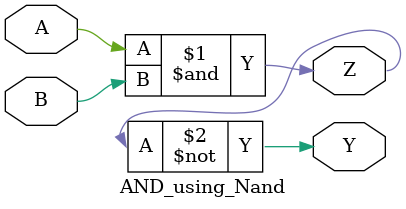
<source format=v>
`timescale 1ns / 1ps


module AND_using_Nand(
    input A,
    input B,
    output Y,
    output Z
    );
    
    assign Y = ~( A & B );
    assign Z = ~ (Y & Y);
   
endmodule


</source>
